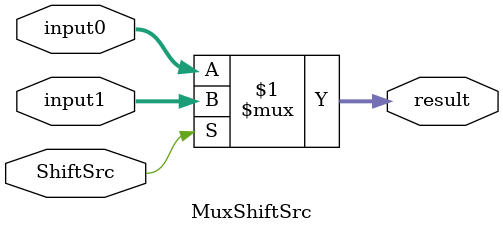
<source format=v>
module MuxShiftSrc (
  input  wire        ShiftSrc,
  input  wire [31:0] input0,
  input  wire [31:0] input1,

  output wire [31:0] result
);

  assign result = ShiftSrc ? input1 : input0;

endmodule 
</source>
